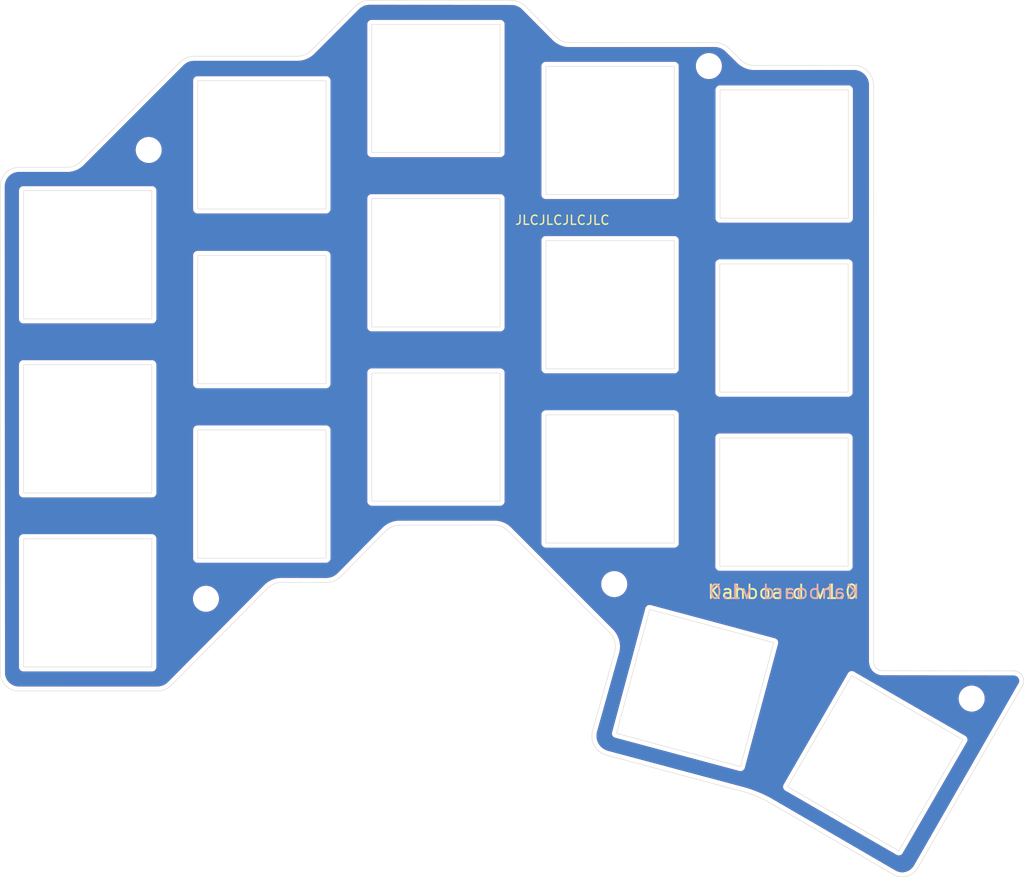
<source format=kicad_pcb>
(kicad_pcb (version 20221018) (generator pcbnew)
  (layers (0 "F.Cu" signal) (31 "B.Cu" signal) (34 "B.Paste" user) (35 "F.Paste" user) (36 "B.SilkS" user "B.Silkscreen") (37 "F.SilkS" user "F.Silkscreen") (38 "B.Mask" user) (39 "F.Mask" user) (44 "Edge.Cuts" user))
  (net 0 "")
  (footprint "" (layer "F.Cu") (at 127.779693 56.996231)
    (fp_text reference "" (at 0 0) (layer "F.SilkS") (effects (font (size 1.27 1.27))))
    (fp_text value "" (at 0 0) (layer "F.SilkS") (effects (font (size 1.27 1.27))))
    (pad "" np_thru_hole circle (at 0 0) (size 2.35 2.35) (drill 2.35) (layers "F&B.Cu" "*.Mask"))
  )
  (footprint "" (layer "F.Cu") (at 72.905693 115.157231)
    (fp_text reference "" (at 0 0) (layer "F.SilkS") (effects (font (size 1.27 1.27))))
    (fp_text value "" (at 0 0) (layer "F.SilkS") (effects (font (size 1.27 1.27))))
    (pad "" np_thru_hole circle (at 0 0) (size 2.35 2.35) (drill 2.35) (layers "F&B.Cu" "*.Mask"))
  )
  (footprint "" (layer "F.Cu") (at 156.455693 126.057231)
    (fp_text reference "" (at 0 0) (layer "F.SilkS") (effects (font (size 1.27 1.27))))
    (fp_text value "" (at 0 0) (layer "F.SilkS") (effects (font (size 1.27 1.27))))
    (pad "" np_thru_hole circle (at 0 0) (size 2.35 2.35) (drill 2.35) (layers "F&B.Cu" "*.Mask"))
  )
  (footprint "" (layer "F.Cu") (at 66.655693 66.157231)
    (fp_text reference "" (at 0 0) (layer "F.SilkS") (effects (font (size 1.27 1.27))))
    (fp_text value "" (at 0 0) (layer "F.SilkS") (effects (font (size 1.27 1.27))))
    (pad "" np_thru_hole circle (at 0 0) (size 2.35 2.35) (drill 2.35) (layers "F&B.Cu" "*.Mask"))
  )
  (footprint "" (layer "F.Cu") (at 117.455693 113.557231)
    (fp_text reference "" (at 0 0) (layer "F.SilkS") (effects (font (size 1.27 1.27))))
    (fp_text value "" (at 0 0) (layer "F.SilkS") (effects (font (size 1.27 1.27))))
    (pad "" np_thru_hole circle (at 0 0) (size 2.35 2.35) (drill 2.35) (layers "F&B.Cu" "*.Mask"))
  )
  (gr_rect (start 53 89.6) (end 67 103.6) (stroke (width 0.05)) (fill none) (layer "Edge.Cuts"))
  (gr_line (start 59.155693 67.507231) (end 70.098967 56.550527) (stroke (width 0.05)) (layer "Edge.Cuts"))
  (gr_line (start 145.775 122.2) (end 145.825 122.4) (stroke (width 0.05)) (layer "Edge.Cuts"))
  (gr_rect (start 53 70.6) (end 67 84.6) (stroke (width 0.05)) (fill none) (layer "Edge.Cuts"))
  (gr_line (start 148.5 142.675) (end 136.375 135.675) (stroke (width 0.05)) (layer "Edge.Cuts"))
  (gr_rect (start 110 57.025) (end 124 71.025) (stroke (width 0.05)) (fill none) (layer "Edge.Cuts"))
  (gr_line (start 162.132264 124.041519) (end 162.123918 123.933216) (stroke (width 0.05)) (layer "Edge.Cuts"))
  (gr_line (start 52.505693 68.057231) (end 57.756124 68.057662) (stroke (width 0.05)) (layer "Edge.Cuts"))
  (gr_line (start 136.375 135.675) (end 143.375 123.55) (stroke (width 0.05)) (layer "Edge.Cuts"))
  (gr_line (start 161.663062 123.221862) (end 161.567629 123.169979) (stroke (width 0.05)) (layer "Edge.Cuts"))
  (gr_line (start 162.11411 124.365449) (end 162.12736 124.257636) (stroke (width 0.05)) (layer "Edge.Cuts"))
  (gr_line (start 106.199693 49.827512) (end 90.799909 49.809031) (stroke (width 0.05)) (layer "Edge.Cuts"))
  (gr_line (start 145.9 122.55) (end 145.975712 122.647877) (stroke (width 0.05)) (layer "Edge.Cuts"))
  (gr_line (start 146.362317 122.940418) (end 146.275874 122.894213) (stroke (width 0.05)) (layer "Edge.Cuts"))
  (gr_line (start 146.18943 122.848008) (end 146.05 122.75) (stroke (width 0.05)) (layer "Edge.Cuts"))
  (gr_line (start 161.368384 123.086122) (end 161.264572 123.054148) (stroke (width 0.05)) (layer "Edge.Cuts"))
  (gr_line (start 162.086872 124.44724) (end 162.11411 124.365449) (stroke (width 0.05)) (layer "Edge.Cuts"))
  (gr_arc (start 50.455693 70.107231) (mid 51.056124 68.657662) (end 52.505693 68.057231) (stroke (width 0.05)) (layer "Edge.Cuts"))
  (gr_line (start 128.499693 54.427511) (end 112.599693 54.434476) (stroke (width 0.05)) (layer "Edge.Cuts"))
  (gr_line (start 81.199847 113.371128) (end 86.049693 113.377511) (stroke (width 0.05)) (layer "Edge.Cuts"))
  (gr_line (start 145.745 122.016538) (end 145.749693 59.077511) (stroke (width 0.05)) (layer "Edge.Cuts"))
  (gr_arc (start 106.199693 49.827512) (mid 106.978974 49.962607) (end 107.658165 50.367871) (stroke (width 0.05)) (layer "Edge.Cuts"))
  (gr_line (start 146.647455 123.006931) (end 146.54991 122.997323) (stroke (width 0.05)) (layer "Edge.Cuts"))
  (gr_line (start 84.405328 55.283146) (end 89.199694 50.477512) (stroke (width 0.05)) (layer "Edge.Cuts"))
  (gr_arc (start 116.944036 118.83317) (mid 117.51388 119.829665) (end 117.499693 120.977511) (stroke (width 0.05)) (layer "Edge.Cuts"))
  (gr_line (start 145.825 122.4) (end 145.9 122.55) (stroke (width 0.05)) (layer "Edge.Cuts"))
  (gr_line (start 121.325 116.325) (end 134.85 119.95) (stroke (width 0.05)) (layer "Edge.Cuts"))
  (gr_rect (start 129 59.6) (end 143 73.6) (stroke (width 0.05)) (fill none) (layer "Edge.Cuts"))
  (gr_line (start 162.140609 124.149822) (end 162.132264 124.041519) (stroke (width 0.05)) (layer "Edge.Cuts"))
  (gr_arc (start 112.599693 54.434476) (mid 111.790622 54.276978) (end 111.099693 53.827511) (stroke (width 0.05)) (layer "Edge.Cuts"))
  (gr_line (start 155.5 130.55) (end 148.5 142.675) (stroke (width 0.05)) (layer "Edge.Cuts"))
  (gr_rect (start 72 96.725) (end 86 110.725) (stroke (width 0.05)) (fill none) (layer "Edge.Cuts"))
  (gr_line (start 52.512161 125.226712) (end 67.599693 125.227511) (stroke (width 0.05)) (layer "Edge.Cuts"))
  (gr_line (start 131.225 133.475) (end 117.7 129.85) (stroke (width 0.05)) (layer "Edge.Cuts"))
  (gr_line (start 107.658165 50.367871) (end 111.099693 53.827511) (stroke (width 0.05)) (layer "Edge.Cuts"))
  (gr_line (start 162.059634 124.52903) (end 150.540698 144.607796) (stroke (width 0.05)) (layer "Edge.Cuts"))
  (gr_line (start 162.123918 123.933216) (end 162.094308 123.828706) (stroke (width 0.05)) (layer "Edge.Cuts"))
  (gr_line (start 116.599693 132.22751) (end 131.234332 136.136841) (stroke (width 0.05)) (layer "Edge.Cuts"))
  (gr_rect (start 91 90.5) (end 105 104.5) (stroke (width 0.05)) (fill none) (layer "Edge.Cuts"))
  (gr_line (start 145.975712 122.647877) (end 146.05 122.75) (stroke (width 0.05)) (layer "Edge.Cuts"))
  (gr_line (start 69.094849 124.622506) (end 79.649693 113.977511) (stroke (width 0.05)) (layer "Edge.Cuts"))
  (gr_line (start 117.499693 120.977511) (end 115.093838 129.548401) (stroke (width 0.05)) (layer "Edge.Cuts"))
  (gr_arc (start 79.649693 113.977511) (mid 80.363922 113.518765) (end 81.199847 113.371128) (stroke (width 0.05)) (layer "Edge.Cuts"))
  (gr_rect (start 110 95.075) (end 124 109.075) (stroke (width 0.05)) (fill none) (layer "Edge.Cuts"))
  (gr_rect (start 72 58.6) (end 86 72.6) (stroke (width 0.05)) (fill none) (layer "Edge.Cuts"))
  (gr_line (start 161.829621 123.361344) (end 161.746342 123.291603) (stroke (width 0.05)) (layer "Edge.Cuts"))
  (gr_arc (start 104.299492 107.118812) (mid 105.201773 107.293449) (end 105.949693 107.827511) (stroke (width 0.05)) (layer "Edge.Cuts"))
  (gr_line (start 161.897455 123.446184) (end 161.829621 123.361344) (stroke (width 0.05)) (layer "Edge.Cuts"))
  (gr_line (start 143.599693 56.927511) (end 132.749693 56.934476) (stroke (width 0.05)) (layer "Edge.Cuts"))
  (gr_arc (start 69.094849 124.622506) (mid 68.406156 125.070529) (end 67.599693 125.227511) (stroke (width 0.05)) (layer "Edge.Cuts"))
  (gr_line (start 146.456114 122.968871) (end 146.362317 122.940418) (stroke (width 0.05)) (layer "Edge.Cuts"))
  (gr_line (start 161.264572 123.054148) (end 161.15537 123.043232) (stroke (width 0.05)) (layer "Edge.Cuts"))
  (gr_arc (start 132.749693 56.934476) (mid 131.940622 56.776978) (end 131.249693 56.327511) (stroke (width 0.05)) (layer "Edge.Cuts"))
  (gr_arc (start 59.155693 67.507231) (mid 58.508307 67.915995) (end 57.756124 68.058881) (stroke (width 0.05)) (layer "Edge.Cuts"))
  (gr_line (start 87.630618 112.707439) (end 92.549693 107.727511) (stroke (width 0.05)) (layer "Edge.Cuts"))
  (gr_line (start 161.472196 123.118096) (end 161.368384 123.086122) (stroke (width 0.05)) (layer "Edge.Cuts"))
  (gr_rect (start 128.975 97.6) (end 142.975 111.6) (stroke (width 0.05)) (fill none) (layer "Edge.Cuts"))
  (gr_arc (start 89.199694 50.477512) (mid 89.930779 49.978037) (end 90.799909 49.809031) (stroke (width 0.05)) (layer "Edge.Cuts"))
  (gr_line (start 162.086872 124.44724) (end 162.059634 124.52903) (stroke (width 0.05)) (layer "Edge.Cuts"))
  (gr_line (start 134.85 119.95) (end 131.225 133.475) (stroke (width 0.05)) (layer "Edge.Cuts"))
  (gr_line (start 161.746342 123.291603) (end 161.663062 123.221862) (stroke (width 0.05)) (layer "Edge.Cuts"))
  (gr_arc (start 150.537175 144.605567) (mid 149.321153 145.468401) (end 147.849694 145.22751) (stroke (width 0.05)) (layer "Edge.Cuts"))
  (gr_line (start 146.54991 122.997323) (end 146.456114 122.968871) (stroke (width 0.05)) (layer "Edge.Cuts"))
  (gr_line (start 105.949693 107.827511) (end 116.944036 118.83317) (stroke (width 0.05)) (layer "Edge.Cuts"))
  (gr_arc (start 116.599693 132.22751) (mid 115.295789 131.197635) (end 115.093838 129.548401) (stroke (width 0.05)) (layer "Edge.Cuts"))
  (gr_arc (start 52.512161 125.226712) (mid 51.099698 124.677507) (end 50.47716 123.295794) (stroke (width 0.05)) (layer "Edge.Cuts"))
  (gr_line (start 71.599693 55.927511) (end 82.849693 55.927511) (stroke (width 0.05)) (layer "Edge.Cuts"))
  (gr_rect (start 72 77.675) (end 86 91.675) (stroke (width 0.05)) (fill none) (layer "Edge.Cuts"))
  (gr_line (start 162.12736 124.257636) (end 162.140609 124.149822) (stroke (width 0.05)) (layer "Edge.Cuts"))
  (gr_rect (start 53 108.6) (end 67 122.6) (stroke (width 0.05)) (fill none) (layer "Edge.Cuts"))
  (gr_line (start 146.745 123.016538) (end 146.647455 123.006931) (stroke (width 0.05)) (layer "Edge.Cuts"))
  (gr_rect (start 110 76.05) (end 124 90.05) (stroke (width 0.05)) (fill none) (layer "Edge.Cuts"))
  (gr_line (start 146.745 123.016538) (end 161.046168 123.032315) (stroke (width 0.05)) (layer "Edge.Cuts"))
  (gr_line (start 117.7 129.85) (end 121.325 116.325) (stroke (width 0.05)) (layer "Edge.Cuts"))
  (gr_arc (start 128.499693 54.427511) (mid 129.30786 54.61385) (end 129.987281 55.089502) (stroke (width 0.05)) (layer "Edge.Cuts"))
  (gr_line (start 129.987281 55.089502) (end 131.249693 56.327511) (stroke (width 0.05)) (layer "Edge.Cuts"))
  (gr_arc (start 70.098967 56.550527) (mid 70.78724 56.089456) (end 71.599693 55.927511) (stroke (width 0.05)) (layer "Edge.Cuts"))
  (gr_line (start 145.745 122.016538) (end 145.775 122.2) (stroke (width 0.05)) (layer "Edge.Cuts"))
  (gr_line (start 143.375 123.55) (end 155.5 130.55) (stroke (width 0.05)) (layer "Edge.Cuts"))
  (gr_line (start 161.965288 123.531024) (end 161.897455 123.446184) (stroke (width 0.05)) (layer "Edge.Cuts"))
  (gr_line (start 162.014993 123.62761) (end 161.965288 123.531024) (stroke (width 0.05)) (layer "Edge.Cuts"))
  (gr_rect (start 91 52.45) (end 105 66.45) (stroke (width 0.05)) (fill none) (layer "Edge.Cuts"))
  (gr_arc (start 131.234332 136.136841) (mid 132.831035 136.659188) (end 134.349693 137.377511) (stroke (width 0.05)) (layer "Edge.Cuts"))
  (gr_line (start 162.064697 123.724195) (end 162.014993 123.62761) (stroke (width 0.05)) (layer "Edge.Cuts"))
  (gr_line (start 134.349693 137.377511) (end 147.849694 145.22751) (stroke (width 0.05)) (layer "Edge.Cuts"))
  (gr_line (start 161.15537 123.043232) (end 161.046168 123.032315) (stroke (width 0.05)) (layer "Edge.Cuts"))
  (gr_line (start 162.094308 123.828706) (end 162.064697 123.724195) (stroke (width 0.05)) (layer "Edge.Cuts"))
  (gr_line (start 161.567629 123.169979) (end 161.472196 123.118096) (stroke (width 0.05)) (layer "Edge.Cuts"))
  (gr_rect (start 91 71.475) (end 105 85.475) (stroke (width 0.05)) (fill none) (layer "Edge.Cuts"))
  (gr_arc (start 92.549693 107.727511) (mid 93.263918 107.268766) (end 94.099839 107.121128) (stroke (width 0.05)) (layer "Edge.Cuts"))
  (gr_arc (start 87.630618 112.707439) (mid 86.908228 113.203079) (end 86.049693 113.377511) (stroke (width 0.05)) (layer "Edge.Cuts"))
  (gr_rect (start 128.975 78.6) (end 142.975 92.6) (stroke (width 0.05)) (fill none) (layer "Edge.Cuts"))
  (gr_line (start 50.455693 70.107231) (end 50.47716 123.295794) (stroke (width 0.05)) (layer "Edge.Cuts"))
  (gr_line (start 146.275874 122.894213) (end 146.18943 122.848008) (stroke (width 0.05)) (layer "Edge.Cuts"))
  (gr_arc (start 143.599693 56.927511) (mid 145.119975 57.557223) (end 145.749693 59.077511) (stroke (width 0.05)) (layer "Edge.Cuts"))
  (gr_arc (start 84.405328 55.283146) (mid 83.691598 55.760047) (end 82.849693 55.927511) (stroke (width 0.05)) (layer "Edge.Cuts"))
  (gr_line (start 94.099839 107.121128) (end 104.299492 107.118812) (stroke (width 0.05)) (layer "Edge.Cuts"))
  (gr_text "Kahboard v1.0\n" (at 127.65 114.4) (layer "B.SilkS") (effects (font (size 1.5 1.5) (thickness 0.2) bold) (justify right mirror)))
  (gr_text "JLCJLCJLCJLC" (at 106.55 74.4) (layer "F.SilkS") (effects (font (size 1 1)) (justify left bottom)))
  (gr_text "Kahboard v1.0\n" (at 144.2 114.4) (layer "F.SilkS") (effects (font (size 1.5 1.5) (thickness 0.2) bold) (justify right)))
  (zone (net 0) (net_name "") (layers "F&B.Cu") (connect_pads (clearance 0.5)) (min_thickness 0.25) (fill yes (thermal_gap 0.5) (thermal_bridge_width 0.5) (island_removal_mode 1) (island_area_min 10))
    (polygon (pts (xy 50.7 69.85) (xy 50.9 69.3) (xy 51.4 68.75) (xy 52.15 68.2) (xy 58.4 68.25) (xy 59.2 67.7) (xy 70.1 56.8) (xy 70.6 56.45) (xy 71 56.15) (xy 71.65 56) (xy 83.35 56) (xy 84.1 55.85) (xy 84.55 55.35) (xy 89.35 50.5) (xy 89.95 50.1) (xy 90.6 49.9) (xy 106.35 49.9) (xy 107.2 50.1) (xy 107.75 50.4) (xy 111.25 54) (xy 111.9 54.3) (xy 112.55 54.45) (xy 128.55 54.45) (xy 129.15 54.55) (xy 129.9 54.95) (xy 130.35 55.5) (xy 131.25 56.35) (xy 131.8 56.7) (xy 132.75 56.95) (xy 143.85 57) (xy 144.4 57.2) (xy 145.1 57.65) (xy 145.35 58) (xy 145.55 58.45) (xy 145.65 58.95) (xy 145.75 60.4) (xy 145.7 122.05) (xy 145.8 122.5) (xy 146.1 122.8) (xy 146.6 123) (xy 148.55 123.1) (xy 161.3 123.1) (xy 161.6 123.2) (xy 161.85 123.4) (xy 162.05 123.8) (xy 162.1 124.25) (xy 161.85 124.75) (xy 150.55 144.55) (xy 150.2 144.95) (xy 149.65 145.3) (xy 148.95 145.5) (xy 148.4 145.4) (xy 147.85 145.2) (xy 133.65 136.9) (xy 132.9 136.65) (xy 130.85 136) (xy 116.25 132.1) (xy 115.3 130.95) (xy 115.1 129.95) (xy 115.25 129) (xy 117.6 120.55) (xy 117.55 119.65) (xy 117.05 118.85) (xy 115.85 117.65) (xy 105.7 107.6) (xy 105.35 107.35) (xy 104.75 107.05) (xy 103.15 107.1) (xy 93.75 107.1) (xy 93.25 107.15) (xy 92.7 107.5) (xy 92.05 108.15) (xy 87.5 112.75) (xy 86.75 113.15) (xy 85.95 113.3) (xy 80.65 113.35) (xy 79.7 113.85) (xy 69.5 124.15) (xy 68.65 124.9) (xy 67.85 125.15) (xy 52 125.15) (xy 51.15 124.7) (xy 50.55 123.7) (xy 50.5 122.75)))
  )
)
</source>
